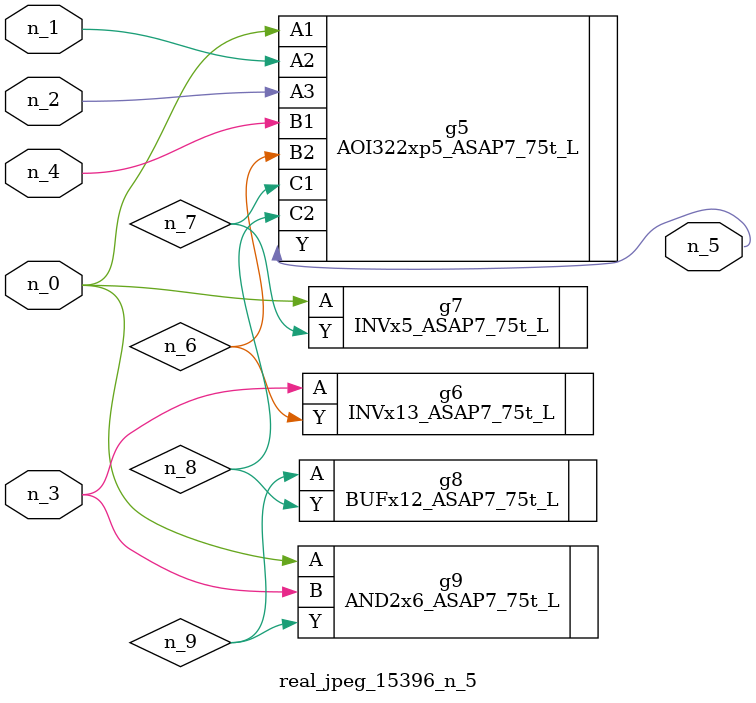
<source format=v>
module real_jpeg_15396_n_5 (n_4, n_0, n_1, n_2, n_3, n_5);

input n_4;
input n_0;
input n_1;
input n_2;
input n_3;

output n_5;

wire n_8;
wire n_6;
wire n_7;
wire n_9;

AOI322xp5_ASAP7_75t_L g5 ( 
.A1(n_0),
.A2(n_1),
.A3(n_2),
.B1(n_4),
.B2(n_6),
.C1(n_7),
.C2(n_8),
.Y(n_5)
);

INVx5_ASAP7_75t_L g7 ( 
.A(n_0),
.Y(n_7)
);

AND2x6_ASAP7_75t_L g9 ( 
.A(n_0),
.B(n_3),
.Y(n_9)
);

INVx13_ASAP7_75t_L g6 ( 
.A(n_3),
.Y(n_6)
);

BUFx12_ASAP7_75t_L g8 ( 
.A(n_9),
.Y(n_8)
);


endmodule
</source>
